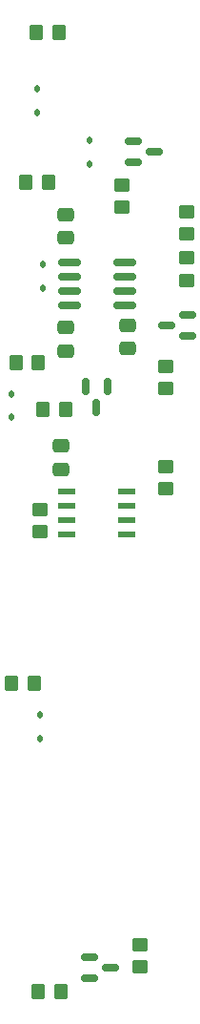
<source format=gbr>
%TF.GenerationSoftware,KiCad,Pcbnew,8.0.0*%
%TF.CreationDate,2024-06-15T01:22:53+02:00*%
%TF.ProjectId,feitw,66656974-772e-46b6-9963-61645f706362,rev?*%
%TF.SameCoordinates,Original*%
%TF.FileFunction,Paste,Bot*%
%TF.FilePolarity,Positive*%
%FSLAX46Y46*%
G04 Gerber Fmt 4.6, Leading zero omitted, Abs format (unit mm)*
G04 Created by KiCad (PCBNEW 8.0.0) date 2024-06-15 01:22:53*
%MOMM*%
%LPD*%
G01*
G04 APERTURE LIST*
G04 Aperture macros list*
%AMRoundRect*
0 Rectangle with rounded corners*
0 $1 Rounding radius*
0 $2 $3 $4 $5 $6 $7 $8 $9 X,Y pos of 4 corners*
0 Add a 4 corners polygon primitive as box body*
4,1,4,$2,$3,$4,$5,$6,$7,$8,$9,$2,$3,0*
0 Add four circle primitives for the rounded corners*
1,1,$1+$1,$2,$3*
1,1,$1+$1,$4,$5*
1,1,$1+$1,$6,$7*
1,1,$1+$1,$8,$9*
0 Add four rect primitives between the rounded corners*
20,1,$1+$1,$2,$3,$4,$5,0*
20,1,$1+$1,$4,$5,$6,$7,0*
20,1,$1+$1,$6,$7,$8,$9,0*
20,1,$1+$1,$8,$9,$2,$3,0*%
G04 Aperture macros list end*
%ADD10R,1.550000X0.600000*%
%ADD11RoundRect,0.150000X0.825000X0.150000X-0.825000X0.150000X-0.825000X-0.150000X0.825000X-0.150000X0*%
%ADD12RoundRect,0.250000X0.450000X-0.350000X0.450000X0.350000X-0.450000X0.350000X-0.450000X-0.350000X0*%
%ADD13RoundRect,0.250000X0.350000X0.450000X-0.350000X0.450000X-0.350000X-0.450000X0.350000X-0.450000X0*%
%ADD14RoundRect,0.250000X-0.450000X0.350000X-0.450000X-0.350000X0.450000X-0.350000X0.450000X0.350000X0*%
%ADD15RoundRect,0.250000X-0.350000X-0.450000X0.350000X-0.450000X0.350000X0.450000X-0.350000X0.450000X0*%
%ADD16RoundRect,0.150000X-0.587500X-0.150000X0.587500X-0.150000X0.587500X0.150000X-0.587500X0.150000X0*%
%ADD17RoundRect,0.150000X0.587500X0.150000X-0.587500X0.150000X-0.587500X-0.150000X0.587500X-0.150000X0*%
%ADD18RoundRect,0.150000X-0.150000X0.587500X-0.150000X-0.587500X0.150000X-0.587500X0.150000X0.587500X0*%
%ADD19RoundRect,0.112500X0.112500X-0.187500X0.112500X0.187500X-0.112500X0.187500X-0.112500X-0.187500X0*%
%ADD20RoundRect,0.112500X-0.112500X0.187500X-0.112500X-0.187500X0.112500X-0.187500X0.112500X0.187500X0*%
%ADD21RoundRect,0.250000X-0.475000X0.337500X-0.475000X-0.337500X0.475000X-0.337500X0.475000X0.337500X0*%
%ADD22RoundRect,0.250000X0.475000X-0.337500X0.475000X0.337500X-0.475000X0.337500X-0.475000X-0.337500X0*%
G04 APERTURE END LIST*
D10*
%TO.C,U2*%
X114527200Y-96445000D03*
X114527200Y-97715000D03*
X114527200Y-98985000D03*
X114527200Y-100255000D03*
X119927200Y-100255000D03*
X119927200Y-98985000D03*
X119927200Y-97715000D03*
X119927200Y-96445000D03*
%TD*%
D11*
%TO.C,U1*%
X114785000Y-76145000D03*
X114785000Y-77415000D03*
X114785000Y-78685000D03*
X114785000Y-79955000D03*
X119735000Y-79955000D03*
X119735000Y-78685000D03*
X119735000Y-77415000D03*
X119735000Y-76145000D03*
%TD*%
D12*
%TO.C,R15*%
X112160000Y-98050000D03*
X112160000Y-100050000D03*
%TD*%
D13*
%TO.C,R14*%
X109660000Y-113450000D03*
X111660000Y-113450000D03*
%TD*%
D12*
%TO.C,R13*%
X123360000Y-94250000D03*
X123360000Y-96250000D03*
%TD*%
D13*
%TO.C,R12*%
X112060000Y-140850000D03*
X114060000Y-140850000D03*
%TD*%
D14*
%TO.C,R11*%
X119460000Y-71250000D03*
X119460000Y-69250000D03*
%TD*%
D15*
%TO.C,R10*%
X112960000Y-69050000D03*
X110960000Y-69050000D03*
%TD*%
D14*
%TO.C,R8*%
X125260000Y-73650000D03*
X125260000Y-71650000D03*
%TD*%
%TO.C,R7*%
X125260000Y-77750000D03*
X125260000Y-75750000D03*
%TD*%
D12*
%TO.C,R6*%
X123360000Y-85350000D03*
X123360000Y-87350000D03*
%TD*%
D13*
%TO.C,R5*%
X110060000Y-85050000D03*
X112060000Y-85050000D03*
%TD*%
D14*
%TO.C,R4*%
X121050000Y-136670000D03*
X121050000Y-138670000D03*
%TD*%
D13*
%TO.C,R2*%
X112460000Y-89150000D03*
X114460000Y-89150000D03*
%TD*%
%TO.C,R1*%
X111860000Y-55750000D03*
X113860000Y-55750000D03*
%TD*%
D16*
%TO.C,Q4*%
X118490000Y-138710000D03*
X116615000Y-137760000D03*
X116615000Y-139660000D03*
%TD*%
%TO.C,Q3*%
X122360000Y-66350000D03*
X120485000Y-65400000D03*
X120485000Y-67300000D03*
%TD*%
D17*
%TO.C,Q2*%
X123422500Y-81750000D03*
X125297500Y-82700000D03*
X125297500Y-80800000D03*
%TD*%
D18*
%TO.C,Q1*%
X117210000Y-89025000D03*
X118160000Y-87150000D03*
X116260000Y-87150000D03*
%TD*%
D19*
%TO.C,D8*%
X112232500Y-116277500D03*
X112232500Y-118377500D03*
%TD*%
D20*
%TO.C,D7*%
X112482500Y-78422500D03*
X112482500Y-76322500D03*
%TD*%
D19*
%TO.C,D6*%
X111932500Y-60777500D03*
X111932500Y-62877500D03*
%TD*%
D20*
%TO.C,D5*%
X109660000Y-89900000D03*
X109660000Y-87800000D03*
%TD*%
D19*
%TO.C,D4*%
X116560000Y-65350000D03*
X116560000Y-67450000D03*
%TD*%
D21*
%TO.C,C7*%
X114060000Y-94487500D03*
X114060000Y-92412500D03*
%TD*%
%TO.C,C5*%
X119997500Y-83787500D03*
X119997500Y-81712500D03*
%TD*%
%TO.C,C4*%
X114460000Y-83987500D03*
X114460000Y-81912500D03*
%TD*%
D22*
%TO.C,C1*%
X114460000Y-71912500D03*
X114460000Y-73987500D03*
%TD*%
M02*

</source>
